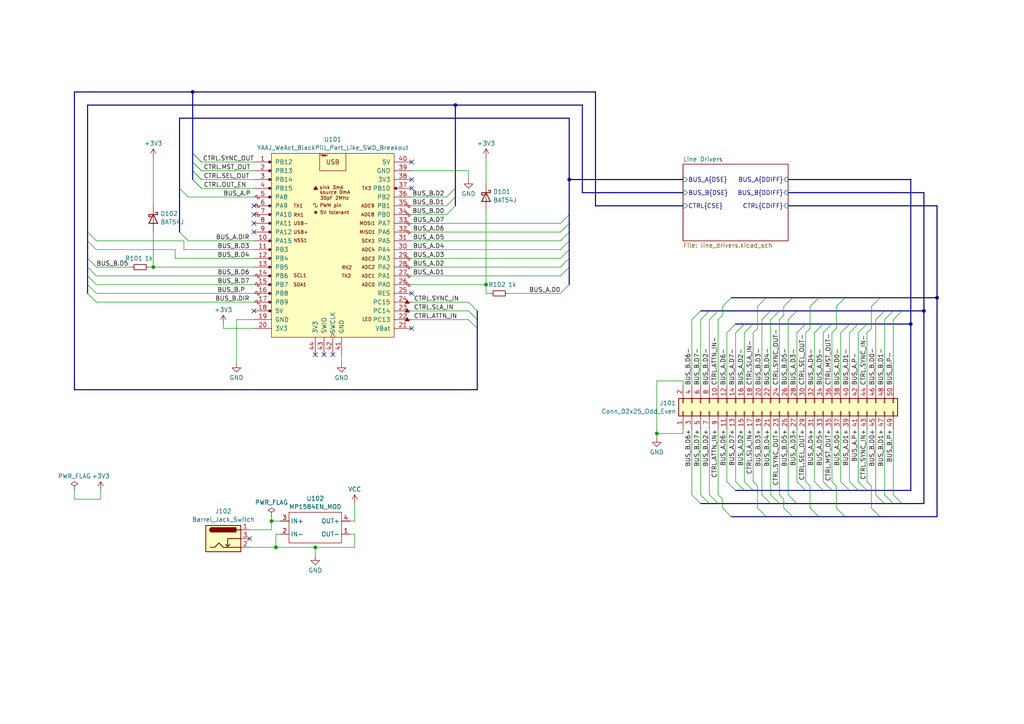
<source format=kicad_sch>
(kicad_sch (version 20230121) (generator eeschema)
  (paper "A4")
  (lib_symbols
    (symbol "Connector:Barrel_Jack_Switch" (pin_names hide)
      (property "Reference" "J" (at 0 5.334 0))
      (property "Value" "Barrel_Jack_Switch" (at 0 -5.08 0))
      (symbol "Barrel_Jack_Switch_0_1"
        (rectangle (start -5.08 3.81) (end 5.08 -3.81) (stroke (width 0.254)) (fill (type background)))
        (arc (start -3.302 3.175) (mid -3.9343 2.54) (end -3.302 1.905) (stroke (width 0.254)))
        (arc (start -3.302 3.175) (mid -3.9343 2.54) (end -3.302 1.905) (stroke (width 0.254)) (fill (type outline)))
        (polyline (pts (xy 1.27 -2.286) (xy 1.905 -1.651)) (stroke (width 0.254)))
        (polyline (pts (xy 5.08 2.54) (xy 3.81 2.54)) (stroke (width 0.254)))
        (polyline (pts (xy 5.08 0) (xy 1.27 0) (xy 1.27 -2.286) (xy 0.635 -1.651)) (stroke (width 0.254)))
        (polyline (pts (xy -3.81 -2.54) (xy -2.54 -2.54) (xy -1.27 -1.27) (xy 0 -2.54) (xy 2.54 -2.54) (xy 5.08 -2.54)) (stroke (width 0.254)))
        (rectangle (start 3.683 3.175) (end -3.302 1.905) (stroke (width 0.254)) (fill (type outline)))
      )
      (symbol "Barrel_Jack_Switch_1_1"
        (pin passive line (at 7.62 2.54 180) (length 2.54) (name "~") (number "1"))
        (pin passive line (at 7.62 -2.54 180) (length 2.54) (name "~") (number "2"))
        (pin passive line (at 7.62 0 180) (length 2.54) (name "~") (number "3"))
      )
    )
    (symbol "Connector_Generic:Conn_02x25_Odd_Even" (pin_names (offset 1.016) hide)
      (property "Reference" "J" (at 1.27 33.02 0))
      (property "Value" "Conn_02x25_Odd_Even" (at 1.27 -33.02 0))
      (symbol "Conn_02x25_Odd_Even_1_1"
        (rectangle (start -1.27 -30.353) (end 0 -30.607) (stroke (width 0.1524)))
        (rectangle (start -1.27 -27.813) (end 0 -28.067) (stroke (width 0.1524)))
        (rectangle (start -1.27 -25.273) (end 0 -25.527) (stroke (width 0.1524)))
        (rectangle (start -1.27 -22.733) (end 0 -22.987) (stroke (width 0.1524)))
        (rectangle (start -1.27 -20.193) (end 0 -20.447) (stroke (width 0.1524)))
        (rectangle (start -1.27 -17.653) (end 0 -17.907) (stroke (width 0.1524)))
        (rectangle (start -1.27 -15.113) (end 0 -15.367) (stroke (width 0.1524)))
        (rectangle (start -1.27 -12.573) (end 0 -12.827) (stroke (width 0.1524)))
        (rectangle (start -1.27 -10.033) (end 0 -10.287) (stroke (width 0.1524)))
        (rectangle (start -1.27 -7.493) (end 0 -7.747) (stroke (width 0.1524)))
        (rectangle (start -1.27 -4.953) (end 0 -5.207) (stroke (width 0.1524)))
        (rectangle (start -1.27 -2.413) (end 0 -2.667) (stroke (width 0.1524)))
        (rectangle (start -1.27 0.127) (end 0 -0.127) (stroke (width 0.1524)))
        (rectangle (start -1.27 2.667) (end 0 2.413) (stroke (width 0.1524)))
        (rectangle (start -1.27 5.207) (end 0 4.953) (stroke (width 0.1524)))
        (rectangle (start -1.27 7.747) (end 0 7.493) (stroke (width 0.1524)))
        (rectangle (start -1.27 10.287) (end 0 10.033) (stroke (width 0.1524)))
        (rectangle (start -1.27 12.827) (end 0 12.573) (stroke (width 0.1524)))
        (rectangle (start -1.27 15.367) (end 0 15.113) (stroke (width 0.1524)))
        (rectangle (start -1.27 17.907) (end 0 17.653) (stroke (width 0.1524)))
        (rectangle (start -1.27 20.447) (end 0 20.193) (stroke (width 0.1524)))
        (rectangle (start -1.27 22.987) (end 0 22.733) (stroke (width 0.1524)))
        (rectangle (start -1.27 25.527) (end 0 25.273) (stroke (width 0.1524)))
        (rectangle (start -1.27 28.067) (end 0 27.813) (stroke (width 0.1524)))
        (rectangle (start -1.27 30.607) (end 0 30.353) (stroke (width 0.1524)))
        (rectangle (start -1.27 31.75) (end 3.81 -31.75) (stroke (width 0.254)) (fill (type background)))
        (rectangle (start 3.81 -30.353) (end 2.54 -30.607) (stroke (width 0.1524)))
        (rectangle (start 3.81 -27.813) (end 2.54 -28.067) (stroke (width 0.1524)))
        (rectangle (start 3.81 -25.273) (end 2.54 -25.527) (stroke (width 0.1524)))
        (rectangle (start 3.81 -22.733) (end 2.54 -22.987) (stroke (width 0.1524)))
        (rectangle (start 3.81 -20.193) (end 2.54 -20.447) (stroke (width 0.1524)))
        (rectangle (start 3.81 -17.653) (end 2.54 -17.907) (stroke (width 0.1524)))
        (rectangle (start 3.81 -15.113) (end 2.54 -15.367) (stroke (width 0.1524)))
        (rectangle (start 3.81 -12.573) (end 2.54 -12.827) (stroke (width 0.1524)))
        (rectangle (start 3.81 -10.033) (end 2.54 -10.287) (stroke (width 0.1524)))
        (rectangle (start 3.81 -7.493) (end 2.54 -7.747) (stroke (width 0.1524)))
        (rectangle (start 3.81 -4.953) (end 2.54 -5.207) (stroke (width 0.1524)))
        (rectangle (start 3.81 -2.413) (end 2.54 -2.667) (stroke (width 0.1524)))
        (rectangle (start 3.81 0.127) (end 2.54 -0.127) (stroke (width 0.1524)))
        (rectangle (start 3.81 2.667) (end 2.54 2.413) (stroke (width 0.1524)))
        (rectangle (start 3.81 5.207) (end 2.54 4.953) (stroke (width 0.1524)))
        (rectangle (start 3.81 7.747) (end 2.54 7.493) (stroke (width 0.1524)))
        (rectangle (start 3.81 10.287) (end 2.54 10.033) (stroke (width 0.1524)))
        (rectangle (start 3.81 12.827) (end 2.54 12.573) (stroke (width 0.1524)))
        (rectangle (start 3.81 15.367) (end 2.54 15.113) (stroke (width 0.1524)))
        (rectangle (start 3.81 17.907) (end 2.54 17.653) (stroke (width 0.1524)))
        (rectangle (start 3.81 20.447) (end 2.54 20.193) (stroke (width 0.1524)))
        (rectangle (start 3.81 22.987) (end 2.54 22.733) (stroke (width 0.1524)))
        (rectangle (start 3.81 25.527) (end 2.54 25.273) (stroke (width 0.1524)))
        (rectangle (start 3.81 28.067) (end 2.54 27.813) (stroke (width 0.1524)))
        (rectangle (start 3.81 30.607) (end 2.54 30.353) (stroke (width 0.1524)))
        (pin passive line (at -5.08 30.48 0) (length 3.81) (name "Pin_1") (number "1"))
        (pin passive line (at 7.62 20.32 180) (length 3.81) (name "Pin_10") (number "10"))
        (pin passive line (at -5.08 17.78 0) (length 3.81) (name "Pin_11") (number "11"))
        (pin passive line (at 7.62 17.78 180) (length 3.81) (name "Pin_12") (number "12"))
        (pin passive line (at -5.08 15.24 0) (length 3.81) (name "Pin_13") (number "13"))
        (pin passive line (at 7.62 15.24 180) (length 3.81) (name "Pin_14") (number "14"))
        (pin passive line (at -5.08 12.7 0) (length 3.81) (name "Pin_15") (number "15"))
        (pin passive line (at 7.62 12.7 180) (length 3.81) (name "Pin_16") (number "16"))
        (pin passive line (at -5.08 10.16 0) (length 3.81) (name "Pin_17") (number "17"))
        (pin passive line (at 7.62 10.16 180) (length 3.81) (name "Pin_18") (number "18"))
        (pin passive line (at -5.08 7.62 0) (length 3.81) (name "Pin_19") (number "19"))
        (pin passive line (at 7.62 30.48 180) (length 3.81) (name "Pin_2") (number "2"))
        (pin passive line (at 7.62 7.62 180) (length 3.81) (name "Pin_20") (number "20"))
        (pin passive line (at -5.08 5.08 0) (length 3.81) (name "Pin_21") (number "21"))
        (pin passive line (at 7.62 5.08 180) (length 3.81) (name "Pin_22") (number "22"))
        (pin passive line (at -5.08 2.54 0) (length 3.81) (name "Pin_23") (number "23"))
        (pin passive line (at 7.62 2.54 180) (length 3.81) (name "Pin_24") (number "24"))
        (pin passive line (at -5.08 0 0) (length 3.81) (name "Pin_25") (number "25"))
        (pin passive line (at 7.62 0 180) (length 3.81) (name "Pin_26") (number "26"))
        (pin passive line (at -5.08 -2.54 0) (length 3.81) (name "Pin_27") (number "27"))
        (pin passive line (at 7.62 -2.54 180) (length 3.81) (name "Pin_28") (number "28"))
        (pin passive line (at -5.08 -5.08 0) (length 3.81) (name "Pin_29") (number "29"))
        (pin passive line (at -5.08 27.94 0) (length 3.81) (name "Pin_3") (number "3"))
        (pin passive line (at 7.62 -5.08 180) (length 3.81) (name "Pin_30") (number "30"))
        (pin passive line (at -5.08 -7.62 0) (length 3.81) (name "Pin_31") (number "31"))
        (pin passive line (at 7.62 -7.62 180) (length 3.81) (name "Pin_32") (number "32"))
        (pin passive line (at -5.08 -10.16 0) (length 3.81) (name "Pin_33") (number "33"))
        (pin passive line (at 7.62 -10.16 180) (length 3.81) (name "Pin_34") (number "34"))
        (pin passive line (at -5.08 -12.7 0) (length 3.81) (name "Pin_35") (number "35"))
        (pin passive line (at 7.62 -12.7 180) (length 3.81) (name "Pin_36") (number "36"))
        (pin passive line (at -5.08 -15.24 0) (length 3.81) (name "Pin_37") (number "37"))
        (pin passive line (at 7.62 -15.24 180) (length 3.81) (name "Pin_38") (number "38"))
        (pin passive line (at -5.08 -17.78 0) (length 3.81) (name "Pin_39") (number "39"))
        (pin passive line (at 7.62 27.94 180) (length 3.81) (name "Pin_4") (number "4"))
        (pin passive line (at 7.62 -17.78 180) (length 3.81) (name "Pin_40") (number "40"))
        (pin passive line (at -5.08 -20.32 0) (length 3.81) (name "Pin_41") (number "41"))
        (pin passive line (at 7.62 -20.32 180) (length 3.81) (name "Pin_42") (number "42"))
        (pin passive line (at -5.08 -22.86 0) (length 3.81) (name "Pin_43") (number "43"))
        (pin passive line (at 7.62 -22.86 180) (length 3.81) (name "Pin_44") (number "44"))
        (pin passive line (at -5.08 -25.4 0) (length 3.81) (name "Pin_45") (number "45"))
        (pin passive line (at 7.62 -25.4 180) (length 3.81) (name "Pin_46") (number "46"))
        (pin passive line (at -5.08 -27.94 0) (length 3.81) (name "Pin_47") (number "47"))
        (pin passive line (at 7.62 -27.94 180) (length 3.81) (name "Pin_48") (number "48"))
        (pin passive line (at -5.08 -30.48 0) (length 3.81) (name "Pin_49") (number "49"))
        (pin passive line (at -5.08 25.4 0) (length 3.81) (name "Pin_5") (number "5"))
        (pin passive line (at 7.62 -30.48 180) (length 3.81) (name "Pin_50") (number "50"))
        (pin passive line (at 7.62 25.4 180) (length 3.81) (name "Pin_6") (number "6"))
        (pin passive line (at -5.08 22.86 0) (length 3.81) (name "Pin_7") (number "7"))
        (pin passive line (at 7.62 22.86 180) (length 3.81) (name "Pin_8") (number "8"))
        (pin passive line (at -5.08 20.32 0) (length 3.81) (name "Pin_9") (number "9"))
      )
    )
    (symbol "Device:R_Small" (pin_numbers hide) (pin_names (offset 0.254) hide)
      (property "Reference" "R" (at 0.762 0.508 0))
      (property "Value" "R_Small" (at 0.762 -1.016 0))
      (symbol "R_Small_0_1"
        (rectangle (start -0.762 1.778) (end 0.762 -1.778) (stroke (width 0.2032)))
      )
      (symbol "R_Small_1_1"
        (pin passive line (at 0 2.54 270) (length 0.762) (name "~") (number "1"))
        (pin passive line (at 0 -2.54 90) (length 0.762) (name "~") (number "2"))
      )
    )
    (symbol "Diode:BAT54J" (pin_numbers hide) (pin_names (offset 1.016) hide)
      (property "Reference" "D" (at 0 2.54 0))
      (property "Value" "BAT54J" (at 0 -2.54 0))
      (symbol "BAT54J_0_1"
        (polyline (pts (xy 1.27 0) (xy -1.27 0)))
        (polyline (pts (xy 1.27 1.27) (xy 1.27 -1.27) (xy -1.27 0) (xy 1.27 1.27)) (stroke (width 0.254)))
        (polyline (pts (xy -1.905 0.635) (xy -1.905 1.27) (xy -1.27 1.27) (xy -1.27 -1.27) (xy -0.635 -1.27) (xy -0.635 -0.635)) (stroke (width 0.254)))
      )
      (symbol "BAT54J_1_1"
        (pin passive line (at -3.81 0 0) (length 2.54) (name "K") (number "1"))
        (pin passive line (at 3.81 0 180) (length 2.54) (name "A") (number "2"))
      )
    )
    (symbol "YAAJ_WeAct_BlackPill_Part_Like_SWD_Breakout:YAAJ_WeAct_BlackPill_Part_Like_SWD_Breakout" (pin_names (offset 1.016))
      (property "Reference" "U" (at -17.526 27.94 0))
      (property "Value" "YAAJ_WeAct_BlackPill_Part_Like_SWD_Breakout" (at 9.144 27.94 0))
      (symbol "YAAJ_WeAct_BlackPill_Part_Like_SWD_Breakout_0_0"
        (circle (center -18.288 -20.32) (radius 0.3556) (fill (type outline)))
        (circle (center -18.288 -17.78) (radius 0.3556) (fill (type outline)))
        (circle (center -18.288 -15.24) (radius 0.3556) (fill (type outline)))
        (circle (center -18.288 -12.7) (radius 0.3556) (fill (type outline)))
        (circle (center -18.288 -10.16) (radius 0.3556) (fill (type outline)))
        (circle (center -18.288 -7.62) (radius 0.3556) (fill (type outline)))
        (circle (center -18.288 -5.08) (radius 0.3556) (fill (type outline)))
        (circle (center -18.288 -2.54) (radius 0.3556) (fill (type outline)))
        (circle (center -18.288 0) (radius 0.3556) (fill (type outline)))
        (circle (center -18.288 2.54) (radius 0.3556) (fill (type outline)))
        (circle (center -18.288 5.08) (radius 0.3556) (fill (type outline)))
        (circle (center -18.288 7.62) (radius 0.3556) (fill (type outline)))
        (circle (center -18.288 10.16) (radius 0.3556) (fill (type outline)))
        (circle (center -18.288 12.7) (radius 0.3556) (fill (type outline)))
        (circle (center -18.288 15.24) (radius 0.3556) (fill (type outline)))
        (circle (center -18.288 17.78) (radius 0.3556) (fill (type outline)))
        (circle (center -18.288 22.86) (radius 0.3556) (fill (type outline)))
        (circle (center -4.953 8.255) (radius 0.127) (fill (type outline)))
        (circle (center -4.953 8.255) (radius 0.254))
        (circle (center -4.953 8.255) (radius 0.3556))
        (polyline (pts (xy -5.588 14.859) (xy -4.953 15.875) (xy -4.318 14.859) (xy -5.588 14.859) (xy -4.953 15.748) (xy -4.445 14.859) (xy -5.461 14.986) (xy -4.953 15.621) (xy -4.572 14.859) (xy -5.334 15.113) (xy -4.826 15.494) (xy -4.699 14.859) (xy -5.207 15.24) (xy -4.699 15.367) (xy -4.826 14.986) (xy -5.08 15.24) (xy -4.826 15.113) (xy -4.953 15.367)))
        (polyline (pts (xy 20.955 -23.241) (xy 21.59 -22.225) (xy 22.225 -23.241) (xy 20.955 -23.241) (xy 21.59 -22.352) (xy 22.098 -23.241) (xy 21.082 -23.114) (xy 21.59 -22.479) (xy 21.971 -23.241) (xy 21.209 -22.987) (xy 21.717 -22.606) (xy 21.844 -23.241) (xy 21.336 -22.86) (xy 21.844 -22.733) (xy 21.717 -23.114) (xy 21.463 -22.86) (xy 21.717 -22.987) (xy 21.59 -22.733)))
        (polyline (pts (xy 20.955 -20.701) (xy 21.59 -19.685) (xy 22.225 -20.701) (xy 20.955 -20.701) (xy 21.59 -19.812) (xy 22.098 -20.701) (xy 21.082 -20.574) (xy 21.59 -19.939) (xy 21.971 -20.701) (xy 21.209 -20.447) (xy 21.717 -20.066) (xy 21.844 -20.701) (xy 21.336 -20.32) (xy 21.844 -20.193) (xy 21.717 -20.574) (xy 21.463 -20.32) (xy 21.717 -20.447) (xy 21.59 -20.193)))
        (polyline (pts (xy 20.955 -18.161) (xy 21.59 -17.145) (xy 22.225 -18.161) (xy 20.955 -18.161) (xy 21.59 -17.272) (xy 22.098 -18.161) (xy 21.082 -18.034) (xy 21.59 -17.399) (xy 21.971 -18.161) (xy 21.209 -17.907) (xy 21.717 -17.526) (xy 21.844 -18.161) (xy 21.336 -17.78) (xy 21.844 -17.653) (xy 21.717 -18.034) (xy 21.463 -17.78) (xy 21.717 -17.907) (xy 21.59 -17.653)))
        (circle (center 18.288 15.24) (radius 0.254) (fill (type outline)))
        (circle (center 18.288 15.24) (radius 0.3556))
        (text "30pF 2MHz" (at 0.508 12.446 0) (effects (font (size 0.9906 0.9906))))
        (text "5V tolerant" (at 0.508 8.255 0) (effects (font (size 0.9906 0.9906))))
        (text "ADC0" (at 10.287 -12.7 0) (effects (font (size 0.9906 0.9906))))
        (text "ADC1" (at 10.287 -10.16 0) (effects (font (size 0.9906 0.9906))))
        (text "ADC2" (at 10.287 -7.62 0) (effects (font (size 0.9906 0.9906))))
        (text "ADC3" (at 10.287 -5.207 0) (effects (font (size 0.9906 0.9906))))
        (text "ADC4" (at 10.287 -2.54 0) (effects (font (size 0.9906 0.9906))))
        (text "ADC8" (at 10.16 7.62 0) (effects (font (size 0.9906 0.9906))))
        (text "ADC9" (at 10.16 10.16 0) (effects (font (size 0.9906 0.9906))))
        (text "LED" (at 9.906 -22.733 0) (effects (font (size 0.9906 0.9906))))
        (text "MISO1" (at 10.033 2.54 0) (effects (font (size 0.9906 0.9906))))
        (text "MOSI1" (at 10.033 5.08 0) (effects (font (size 0.9906 0.9906))))
        (text "NSS1" (at -9.398 0.127 0) (effects (font (size 0.9906 0.9906))))
        (text "PWM pin" (at -0.635 10.287 0) (effects (font (size 0.9906 0.9906))))
        (text "RX1" (at -9.906 7.493 0) (effects (font (size 0.9906 0.9906))))
        (text "RX2" (at 4.064 -7.747 0) (effects (font (size 0.9906 0.9906))))
        (text "SCK1" (at 10.287 0 0) (effects (font (size 0.9906 0.9906))))
        (text "SCL1" (at -9.525 -10.033 0) (effects (font (size 0.9906 0.9906))))
        (text "SDA1" (at -9.525 -12.7 0) (effects (font (size 0.9906 0.9906))))
        (text "sink 3mA" (at -0.381 15.494 0) (effects (font (size 0.9906 0.9906))))
        (text "source 0mA" (at 0.635 14.097 0) (effects (font (size 0.9906 0.9906))))
        (text "TX1" (at -10.033 10.16 0) (effects (font (size 0.9906 0.9906))))
        (text "TX2" (at 3.937 -10.16 0) (effects (font (size 0.9906 0.9906))))
        (text "TX3" (at 9.779 15.24 0) (effects (font (size 0.9906 0.9906))))
        (text "USB" (at 0 22.86 0) (effects (font (size 1.27 1.27))))
        (text "USB+" (at -9.271 2.54 0) (effects (font (size 0.9906 0.9906))))
        (text "USB-" (at -9.271 5.08 0) (effects (font (size 0.9906 0.9906))))
        (text "Y@@J" (at -2.5654 24.8412 0) (effects (font (size 0.508 0.508))))
      )
      (symbol "YAAJ_WeAct_BlackPill_Part_Like_SWD_Breakout_0_1"
        (rectangle (start -17.78 25.4) (end 17.78 -27.94) (fill (type background)))
        (polyline (pts (xy -21.336 -17.78) (xy -21.336 -18.288) (xy -21.844 -18.288) (xy -21.844 -17.272) (xy -22.352 -17.272) (xy -22.352 -17.78)))
        (polyline (pts (xy -21.336 -15.24) (xy -21.336 -15.748) (xy -21.844 -15.748) (xy -21.844 -14.732) (xy -22.352 -14.732) (xy -22.352 -15.24)))
        (polyline (pts (xy -21.336 -12.7) (xy -21.336 -13.208) (xy -21.844 -13.208) (xy -21.844 -12.192) (xy -22.352 -12.192) (xy -22.352 -12.7)))
        (polyline (pts (xy -21.336 -10.16) (xy -21.336 -10.668) (xy -21.844 -10.668) (xy -21.844 -9.652) (xy -22.352 -9.652) (xy -22.352 -10.16)))
        (polyline (pts (xy -21.336 7.62) (xy -21.336 7.112) (xy -21.844 7.112) (xy -21.844 8.128) (xy -22.352 8.128) (xy -22.352 7.62)))
        (polyline (pts (xy -21.336 10.16) (xy -21.336 9.652) (xy -21.844 9.652) (xy -21.844 10.668) (xy -22.352 10.668) (xy -22.352 10.16)))
        (polyline (pts (xy -21.336 12.7) (xy -21.336 12.192) (xy -21.844 12.192) (xy -21.844 13.208) (xy -22.352 13.208) (xy -22.352 12.7)))
        (polyline (pts (xy -4.572 10.287) (xy -4.572 9.779) (xy -5.08 9.779) (xy -5.08 10.795) (xy -5.588 10.795) (xy -5.588 10.287)))
        (polyline (pts (xy 22.352 -12.7) (xy 22.352 -13.208) (xy 21.844 -13.208) (xy 21.844 -12.192) (xy 21.336 -12.192) (xy 21.336 -12.7)))
        (polyline (pts (xy 22.352 -10.16) (xy 22.352 -10.668) (xy 21.844 -10.668) (xy 21.844 -9.652) (xy 21.336 -9.652) (xy 21.336 -10.16)))
        (polyline (pts (xy 22.352 -7.62) (xy 22.352 -8.128) (xy 21.844 -8.128) (xy 21.844 -7.112) (xy 21.336 -7.112) (xy 21.336 -7.62)))
        (polyline (pts (xy 22.352 -5.08) (xy 22.352 -5.588) (xy 21.844 -5.588) (xy 21.844 -4.572) (xy 21.336 -4.572) (xy 21.336 -5.08)))
        (polyline (pts (xy 22.352 2.54) (xy 22.352 2.032) (xy 21.844 2.032) (xy 21.844 3.048) (xy 21.336 3.048) (xy 21.336 2.54)))
        (polyline (pts (xy 22.352 5.08) (xy 22.352 4.572) (xy 21.844 4.572) (xy 21.844 5.588) (xy 21.336 5.588) (xy 21.336 5.08)))
        (polyline (pts (xy 22.352 7.62) (xy 22.352 7.112) (xy 21.844 7.112) (xy 21.844 8.128) (xy 21.336 8.128) (xy 21.336 7.62)))
        (polyline (pts (xy 22.352 10.16) (xy 22.352 9.652) (xy 21.844 9.652) (xy 21.844 10.668) (xy 21.336 10.668) (xy 21.336 10.16)))
        (rectangle (start 3.81 25.4) (end -3.81 20.32))
      )
      (symbol "YAAJ_WeAct_BlackPill_Part_Like_SWD_Breakout_1_1"
        (circle (center -18.288 20.32) (radius 0.3556) (fill (type outline)))
        (pin bidirectional line (at -22.86 22.86 0) (length 5.08) (name "PB12") (number "1"))
        (pin bidirectional line (at -22.86 0 0) (length 5.08) (name "PA15") (number "10"))
        (pin bidirectional line (at -22.86 -2.54 0) (length 5.08) (name "PB3") (number "11"))
        (pin bidirectional line (at -22.86 -5.08 0) (length 5.08) (name "PB4") (number "12"))
        (pin bidirectional line (at -22.86 -7.62 0) (length 5.08) (name "PB5") (number "13"))
        (pin bidirectional line (at -22.86 -10.16 0) (length 5.08) (name "PB6") (number "14"))
        (pin bidirectional line (at -22.86 -12.7 0) (length 5.08) (name "PB7") (number "15"))
        (pin bidirectional line (at -22.86 -15.24 0) (length 5.08) (name "PB8") (number "16"))
        (pin bidirectional line (at -22.86 -17.78 0) (length 5.08) (name "PB9") (number "17"))
        (pin power_in line (at -22.86 -20.32 0) (length 5.08) (name "5V") (number "18"))
        (pin power_in line (at -22.86 -22.86 0) (length 5.08) (name "GND") (number "19"))
        (pin bidirectional line (at -22.86 20.32 0) (length 5.08) (name "PB13") (number "2"))
        (pin power_in line (at -22.86 -25.4 0) (length 5.08) (name "3V3") (number "20"))
        (pin power_in line (at 22.86 -25.4 180) (length 5.08) (name "VBat") (number "21"))
        (pin bidirectional line (at 22.86 -22.86 180) (length 5.08) (name "PC13") (number "22"))
        (pin bidirectional line (at 22.86 -20.32 180) (length 5.08) (name "PC14") (number "23"))
        (pin bidirectional line (at 22.86 -17.78 180) (length 5.08) (name "PC15") (number "24"))
        (pin input line (at 22.86 -15.24 180) (length 5.08) (name "RES") (number "25"))
        (pin bidirectional line (at 22.86 -12.7 180) (length 5.08) (name "PA0") (number "26"))
        (pin bidirectional line (at 22.86 -10.16 180) (length 5.08) (name "PA1") (number "27"))
        (pin bidirectional line (at 22.86 -7.62 180) (length 5.08) (name "PA2") (number "28"))
        (pin bidirectional line (at 22.86 -5.08 180) (length 5.08) (name "PA3") (number "29"))
        (pin bidirectional line (at -22.86 17.78 0) (length 5.08) (name "PB14") (number "3"))
        (pin bidirectional line (at 22.86 -2.54 180) (length 5.08) (name "PA4") (number "30"))
        (pin bidirectional line (at 22.86 0 180) (length 5.08) (name "PA5") (number "31"))
        (pin bidirectional line (at 22.86 2.54 180) (length 5.08) (name "PA6") (number "32"))
        (pin bidirectional line (at 22.86 5.08 180) (length 5.08) (name "PA7") (number "33"))
        (pin bidirectional line (at 22.86 7.62 180) (length 5.08) (name "PB0") (number "34"))
        (pin bidirectional line (at 22.86 10.16 180) (length 5.08) (name "PB1") (number "35"))
        (pin bidirectional line (at 22.86 12.7 180) (length 5.08) (name "PB2") (number "36"))
        (pin bidirectional line (at 22.86 15.24 180) (length 5.08) (name "PB10") (number "37"))
        (pin power_in line (at 22.86 17.78 180) (length 5.08) (name "3V3") (number "38"))
        (pin power_in line (at 22.86 20.32 180) (length 5.08) (name "GND") (number "39"))
        (pin bidirectional line (at -22.86 15.24 0) (length 5.08) (name "PB15") (number "4"))
        (pin power_in line (at 22.86 22.86 180) (length 5.08) (name "5V") (number "40"))
        (pin power_in line (at 2.54 -33.02 90) (length 5.08) (name "GND") (number "41"))
        (pin bidirectional clock (at 0 -33.02 90) (length 5.08) (name "SWCLK") (number "42"))
        (pin bidirectional line (at -2.54 -33.02 90) (length 5.08) (name "SWIO") (number "43"))
        (pin power_in line (at -5.08 -33.02 90) (length 5.08) (name "3V3") (number "44"))
        (pin bidirectional line (at -22.86 12.7 0) (length 5.08) (name "PA8") (number "5"))
        (pin bidirectional line (at -22.86 10.16 0) (length 5.08) (name "PA9") (number "6"))
        (pin bidirectional line (at -22.86 7.62 0) (length 5.08) (name "PA10") (number "7"))
        (pin bidirectional line (at -22.86 5.08 0) (length 5.08) (name "PA11") (number "8"))
        (pin bidirectional line (at -22.86 2.54 0) (length 5.08) (name "PA12") (number "9"))
      )
    )
    (symbol "ipibitsy:MP1584EN_MOD"
      (property "Reference" "U" (at 0 0 0))
      (property "Value" "MP1584EN_MOD" (at 0 -2.54 0))
      (symbol "MP1584EN_MOD_0_1"
        (rectangle (start -7.62 -3.81) (end 7.62 -12.7))
      )
      (symbol "MP1584EN_MOD_1_1"
        (pin power_out line (at 10.16 -10.16 180) (length 2.54) (name "OUT-") (number "1"))
        (pin power_in line (at -10.16 -10.16 0) (length 2.54) (name "IN-") (number "2"))
        (pin power_in line (at -10.16 -6.35 0) (length 2.54) (name "IN+") (number "3"))
        (pin power_out line (at 10.16 -6.35 180) (length 2.54) (name "OUT+") (number "4"))
      )
    )
    (symbol "power:+3V3" (power) (pin_names (offset 0))
      (property "Value" "+3V3" (at 0 3.556 0))
      (symbol "+3V3_0_1"
        (polyline (pts (xy -0.762 1.27) (xy 0 2.54)))
        (polyline (pts (xy 0 0) (xy 0 2.54)))
        (polyline (pts (xy 0 2.54) (xy 0.762 1.27)))
      )
      (symbol "+3V3_1_1"
        (pin power_in line (at 0 0 90) (length 0) hide (name "+3V3") (number "1"))
      )
    )
    (symbol "power:GND" (power) (pin_names (offset 0))
      (property "Value" "GND" (at 0 -3.81 0))
      (symbol "GND_0_1"
        (polyline (pts (xy 0 0) (xy 0 -1.27) (xy 1.27 -1.27) (xy 0 -2.54) (xy -1.27 -1.27) (xy 0 -1.27)))
      )
      (symbol "GND_1_1"
        (pin power_in line (at 0 0 270) (length 0) hide (name "GND") (number "1"))
      )
    )
    (symbol "power:PWR_FLAG" (power) (pin_numbers hide) (pin_names (offset 0) hide)
      (property "Value" "PWR_FLAG" (at 0 3.81 0))
      (symbol "PWR_FLAG_0_0"
        (pin power_out line (at 0 0 90) (length 0) (name "pwr") (number "1"))
      )
      (symbol "PWR_FLAG_0_1"
        (polyline (pts (xy 0 0) (xy 0 1.27) (xy -1.016 1.905) (xy 0 2.54) (xy 1.016 1.905) (xy 0 1.27)))
      )
    )
    (symbol "power:VCC" (power) (pin_names (offset 0))
      (property "Value" "VCC" (at 0 3.81 0))
      (symbol "VCC_0_1"
        (polyline (pts (xy -0.762 1.27) (xy 0 2.54)))
        (polyline (pts (xy 0 0) (xy 0 2.54)))
        (polyline (pts (xy 0 2.54) (xy 0.762 1.27)))
      )
      (symbol "VCC_1_1"
        (pin power_in line (at 0 0 90) (length 0) hide (name "VCC") (number "1"))
      )
    )
  )
  (bus_alias "DSE" (members "D0" "D1" "D2" "D3" "D4" "D5" "D6" "D7" "P" "DIR"))
  (junction (at 264.16 93.98))
  (junction (at 267.97 90.17))
  (junction (at 44.45 77.47))
  (junction (at 55.88 26.67))
  (junction (at 80.01 158.75))
  (junction (at 132.08 30.48))
  (junction (at 91.44 158.75))
  (junction (at 165.1 52.07))
  (junction (at 271.78 86.36))
  (junction (at 140.97 82.55))
  (junction (at 190.5 125.73))
  (junction (at 78.74 151.13))
  (no_connect (at 72.39 156.21))
  (no_connect (at 73.66 59.69))
  (no_connect (at 91.44 102.87))
  (no_connect (at 73.66 64.77))
  (no_connect (at 119.38 54.61))
  (no_connect (at 119.38 52.07))
  (no_connect (at 96.52 102.87))
  (no_connect (at 73.66 62.23))
  (no_connect (at 119.38 85.09))
  (no_connect (at 73.66 90.17))
  (no_connect (at 73.66 67.31))
  (no_connect (at 119.38 95.25))
  (no_connect (at 119.38 46.99))
  (no_connect (at 93.98 102.87))
  (bus_entry (at 228.6 92.71) (size 2.54 -2.54))
  (bus_entry (at 259.08 92.71) (size 2.54 -2.54))
  (bus_entry (at 259.08 143.51) (size 2.54 2.54))
  (bus_entry (at 162.56 72.39) (size 2.54 -2.54))
  (bus_entry (at 162.56 80.01) (size 2.54 -2.54))
  (bus_entry (at 237.49 86.36) (size -2.54 2.54))
  (bus_entry (at 213.36 139.7) (size 2.54 2.54))
  (bus_entry (at 241.3 93.98) (size -2.54 2.54))
  (bus_entry (at 213.36 93.98) (size -2.54 2.54))
  (bus_entry (at 215.9 139.7) (size 2.54 2.54))
  (bus_entry (at 25.4 82.55) (size 2.54 2.54))
  (bus_entry (at 256.54 143.51) (size 2.54 2.54))
  (bus_entry (at 233.68 93.98) (size -2.54 2.54))
  (bus_entry (at 55.88 46.99) (size 2.54 2.54))
  (bus_entry (at 55.88 44.45) (size 2.54 2.54))
  (bus_entry (at 162.56 69.85) (size 2.54 -2.54))
  (bus_entry (at 223.52 143.51) (size 2.54 2.54))
  (bus_entry (at 254 143.51) (size 2.54 2.54))
  (bus_entry (at 248.92 93.98) (size -2.54 2.54))
  (bus_entry (at 236.22 139.7) (size 2.54 2.54))
  (bus_entry (at 243.84 139.7) (size 2.54 2.54))
  (bus_entry (at 238.76 139.7) (size 2.54 2.54))
  (bus_entry (at 25.4 85.09) (size 2.54 2.54))
  (bus_entry (at 135.89 92.71) (size 2.54 2.54))
  (bus_entry (at 200.66 92.71) (size 2.54 -2.54))
  (bus_entry (at 132.08 57.15) (size -2.54 2.54))
  (bus_entry (at 205.74 92.71) (size 2.54 -2.54))
  (bus_entry (at 252.73 147.32) (size 2.54 2.54))
  (bus_entry (at 132.08 54.61) (size -2.54 2.54))
  (bus_entry (at 231.14 139.7) (size 2.54 2.54))
  (bus_entry (at 55.88 49.53) (size 2.54 2.54))
  (bus_entry (at 55.88 52.07) (size 2.54 2.54))
  (bus_entry (at 162.56 74.93) (size 2.54 -2.54))
  (bus_entry (at 218.44 93.98) (size -2.54 2.54))
  (bus_entry (at 205.74 143.51) (size 2.54 2.54))
  (bus_entry (at 238.76 93.98) (size -2.54 2.54))
  (bus_entry (at 256.54 92.71) (size 2.54 -2.54))
  (bus_entry (at 246.38 139.7) (size 2.54 2.54))
  (bus_entry (at 203.2 92.71) (size 2.54 -2.54))
  (bus_entry (at 228.6 143.51) (size 2.54 2.54))
  (bus_entry (at 242.57 147.32) (size 2.54 2.54))
  (bus_entry (at 25.4 77.47) (size 2.54 2.54))
  (bus_entry (at 245.11 86.36) (size -2.54 2.54))
  (bus_entry (at 219.71 147.32) (size 2.54 2.54))
  (bus_entry (at 25.4 69.85) (size 2.54 2.54))
  (bus_entry (at 209.55 147.32) (size 2.54 2.54))
  (bus_entry (at 215.9 93.98) (size -2.54 2.54))
  (bus_entry (at 162.56 64.77) (size 2.54 -2.54))
  (bus_entry (at 255.27 86.36) (size -2.54 2.54))
  (bus_entry (at 55.88 52.07) (size 2.54 2.54))
  (bus_entry (at 55.88 44.45) (size 2.54 2.54))
  (bus_entry (at 135.89 90.17) (size 2.54 2.54))
  (bus_entry (at 251.46 93.98) (size -2.54 2.54))
  (bus_entry (at 246.38 93.98) (size -2.54 2.54))
  (bus_entry (at 248.92 139.7) (size 2.54 2.54))
  (bus_entry (at 229.87 86.36) (size -2.54 2.54))
  (bus_entry (at 25.4 80.01) (size 2.54 2.54))
  (bus_entry (at 254 92.71) (size 2.54 -2.54))
  (bus_entry (at 162.56 77.47) (size 2.54 -2.54))
  (bus_entry (at 210.82 139.7) (size 2.54 2.54))
  (bus_entry (at 25.4 67.31) (size 2.54 2.54))
  (bus_entry (at 222.25 86.36) (size -2.54 2.54))
  (bus_entry (at 132.08 59.69) (size -2.54 2.54))
  (bus_entry (at 220.98 92.71) (size 2.54 -2.54))
  (bus_entry (at 55.88 46.99) (size 2.54 2.54))
  (bus_entry (at 52.07 54.61) (size 2.54 2.54))
  (bus_entry (at 52.07 67.31) (size 2.54 2.54))
  (bus_entry (at 135.89 87.63) (size 2.54 2.54))
  (bus_entry (at 162.56 67.31) (size 2.54 -2.54))
  (bus_entry (at 55.88 49.53) (size 2.54 2.54))
  (bus_entry (at 227.33 147.32) (size 2.54 2.54))
  (bus_entry (at 200.66 143.51) (size 2.54 2.54))
  (bus_entry (at 165.1 82.55) (size -2.54 2.54))
  (bus_entry (at 25.4 74.93) (size 2.54 2.54))
  (bus_entry (at 223.52 92.71) (size 2.54 -2.54))
  (bus_entry (at 212.09 86.36) (size -2.54 2.54))
  (bus_entry (at 234.95 147.32) (size 2.54 2.54))
  (bus_entry (at 220.98 143.51) (size 2.54 2.54))
  (bus_entry (at 203.2 143.51) (size 2.54 2.54))
  (wire (pts (xy 251.46 96.52) (xy 251.46 111.76)))
  (bus (pts (xy 229.87 86.36) (xy 237.49 86.36)))
  (bus (pts (xy 52.07 54.61) (xy 52.07 67.31)))
  (wire (pts (xy 27.94 82.55) (xy 73.66 82.55)))
  (wire (pts (xy 219.71 140.97) (xy 219.71 147.32)))
  (bus (pts (xy 226.06 90.17) (xy 231.14 90.17)))
  (bus (pts (xy 223.52 146.05) (xy 226.06 146.05)))
  (bus (pts (xy 165.1 62.23) (xy 165.1 64.77)))
  (wire (pts (xy 233.68 139.7) (xy 234.95 140.97)))
  (wire (pts (xy 251.46 139.7) (xy 252.73 140.97)))
  (wire (pts (xy 198.12 124.46) (xy 198.12 125.73)))
  (wire (pts (xy 190.5 110.49) (xy 190.5 125.73)))
  (wire (pts (xy 210.82 96.52) (xy 210.82 111.76)))
  (wire (pts (xy 208.28 124.46) (xy 208.28 143.51)))
  (bus (pts (xy 261.62 90.17) (xy 267.97 90.17)))
  (bus (pts (xy 222.25 149.86) (xy 229.87 149.86)))
  (wire (pts (xy 241.3 96.52) (xy 242.57 95.25)))
  (wire (pts (xy 233.68 124.46) (xy 233.68 139.7)))
  (wire (pts (xy 259.08 92.71) (xy 259.08 111.76)))
  (wire (pts (xy 58.42 52.07) (xy 73.66 52.07)))
  (wire (pts (xy 243.84 96.52) (xy 243.84 111.76)))
  (bus (pts (xy 271.78 86.36) (xy 271.78 149.86)))
  (wire (pts (xy 140.97 60.96) (xy 140.97 82.55)))
  (bus (pts (xy 172.72 26.67) (xy 172.72 59.69)))
  (bus (pts (xy 55.88 26.67) (xy 172.72 26.67)))
  (bus (pts (xy 237.49 149.86) (xy 245.11 149.86)))
  (wire (pts (xy 228.6 92.71) (xy 228.6 111.76)))
  (bus (pts (xy 205.74 146.05) (xy 208.28 146.05)))
  (wire (pts (xy 198.12 125.73) (xy 190.5 125.73)))
  (wire (pts (xy 119.38 77.47) (xy 162.56 77.47)))
  (wire (pts (xy 220.98 124.46) (xy 220.98 143.51)))
  (bus (pts (xy 264.16 52.07) (xy 264.16 93.98)))
  (wire (pts (xy 58.42 46.99) (xy 73.66 46.99)))
  (wire (pts (xy 78.74 149.86) (xy 78.74 151.13)))
  (wire (pts (xy 140.97 45.72) (xy 140.97 53.34)))
  (wire (pts (xy 228.6 124.46) (xy 228.6 143.51)))
  (bus (pts (xy 256.54 90.17) (xy 259.08 90.17)))
  (bus (pts (xy 165.1 74.93) (xy 165.1 77.47)))
  (bus (pts (xy 205.74 90.17) (xy 208.28 90.17)))
  (bus (pts (xy 259.08 90.17) (xy 261.62 90.17)))
  (bus (pts (xy 203.2 90.17) (xy 205.74 90.17)))
  (bus (pts (xy 251.46 93.98) (xy 264.16 93.98)))
  (wire (pts (xy 241.3 124.46) (xy 241.3 139.7)))
  (bus (pts (xy 228.6 52.07) (xy 264.16 52.07)))
  (wire (pts (xy 102.87 154.94) (xy 102.87 158.75)))
  (bus (pts (xy 25.4 30.48) (xy 25.4 67.31)))
  (bus (pts (xy 165.1 34.29) (xy 165.1 52.07)))
  (wire (pts (xy 231.14 124.46) (xy 231.14 139.7)))
  (bus (pts (xy 25.4 30.48) (xy 132.08 30.48)))
  (wire (pts (xy 21.59 142.24) (xy 21.59 144.78)))
  (bus (pts (xy 248.92 93.98) (xy 251.46 93.98)))
  (bus (pts (xy 168.91 55.88) (xy 198.12 55.88)))
  (wire (pts (xy 259.08 124.46) (xy 259.08 143.51)))
  (wire (pts (xy 242.57 140.97) (xy 242.57 147.32)))
  (wire (pts (xy 226.06 124.46) (xy 226.06 143.51)))
  (wire (pts (xy 236.22 124.46) (xy 236.22 139.7)))
  (wire (pts (xy 78.74 151.13) (xy 78.74 153.67)))
  (wire (pts (xy 219.71 88.9) (xy 219.71 95.25)))
  (wire (pts (xy 58.42 54.61) (xy 73.66 54.61)))
  (wire (pts (xy 27.94 72.39) (xy 50.8 72.39)))
  (bus (pts (xy 228.6 59.69) (xy 271.78 59.69)))
  (bus (pts (xy 248.92 142.24) (xy 251.46 142.24)))
  (wire (pts (xy 236.22 96.52) (xy 236.22 111.76)))
  (wire (pts (xy 135.89 49.53) (xy 119.38 49.53)))
  (wire (pts (xy 64.77 95.25) (xy 73.66 95.25)))
  (wire (pts (xy 53.34 72.39) (xy 73.66 72.39)))
  (wire (pts (xy 234.95 88.9) (xy 234.95 95.25)))
  (bus (pts (xy 165.1 67.31) (xy 165.1 69.85)))
  (wire (pts (xy 27.94 80.01) (xy 73.66 80.01)))
  (bus (pts (xy 55.88 49.53) (xy 55.88 46.99)))
  (wire (pts (xy 119.38 80.01) (xy 162.56 80.01)))
  (wire (pts (xy 54.61 69.85) (xy 73.66 69.85)))
  (bus (pts (xy 168.91 30.48) (xy 168.91 55.88)))
  (wire (pts (xy 227.33 144.78) (xy 227.33 147.32)))
  (wire (pts (xy 203.2 124.46) (xy 203.2 143.51)))
  (wire (pts (xy 140.97 82.55) (xy 119.38 82.55)))
  (wire (pts (xy 226.06 143.51) (xy 227.33 144.78)))
  (bus (pts (xy 267.97 90.17) (xy 267.97 146.05)))
  (wire (pts (xy 200.66 92.71) (xy 200.66 111.76)))
  (bus (pts (xy 246.38 93.98) (xy 248.92 93.98)))
  (bus (pts (xy 165.1 77.47) (xy 165.1 82.55)))
  (wire (pts (xy 72.39 153.67) (xy 78.74 153.67)))
  (wire (pts (xy 50.8 74.93) (xy 73.66 74.93)))
  (bus (pts (xy 25.4 69.85) (xy 25.4 74.93)))
  (bus (pts (xy 165.1 69.85) (xy 165.1 72.39)))
  (bus (pts (xy 21.59 113.03) (xy 138.43 113.03)))
  (wire (pts (xy 205.74 124.46) (xy 205.74 143.51)))
  (wire (pts (xy 190.5 110.49) (xy 198.12 110.49)))
  (wire (pts (xy 246.38 124.46) (xy 246.38 139.7)))
  (bus (pts (xy 203.2 146.05) (xy 205.74 146.05)))
  (wire (pts (xy 80.01 154.94) (xy 80.01 158.75)))
  (wire (pts (xy 198.12 110.49) (xy 198.12 111.76)))
  (wire (pts (xy 80.01 154.94) (xy 81.28 154.94)))
  (wire (pts (xy 248.92 124.46) (xy 248.92 139.7)))
  (wire (pts (xy 256.54 92.71) (xy 256.54 111.76)))
  (wire (pts (xy 227.33 88.9) (xy 227.33 91.44)))
  (wire (pts (xy 27.94 69.85) (xy 53.34 69.85)))
  (bus (pts (xy 261.62 146.05) (xy 267.97 146.05)))
  (wire (pts (xy 54.61 57.15) (xy 73.66 57.15)))
  (wire (pts (xy 135.89 49.53) (xy 135.89 52.07)))
  (wire (pts (xy 44.45 77.47) (xy 73.66 77.47)))
  (wire (pts (xy 119.38 59.69) (xy 129.54 59.69)))
  (bus (pts (xy 138.43 90.17) (xy 138.43 92.71)))
  (bus (pts (xy 55.88 26.67) (xy 55.88 44.45)))
  (wire (pts (xy 78.74 151.13) (xy 81.28 151.13)))
  (bus (pts (xy 233.68 142.24) (xy 238.76 142.24)))
  (bus (pts (xy 218.44 142.24) (xy 233.68 142.24)))
  (wire (pts (xy 27.94 87.63) (xy 73.66 87.63)))
  (wire (pts (xy 44.45 67.31) (xy 44.45 77.47)))
  (wire (pts (xy 102.87 154.94) (xy 101.6 154.94)))
  (wire (pts (xy 251.46 124.46) (xy 251.46 139.7)))
  (wire (pts (xy 119.38 87.63) (xy 135.89 87.63)))
  (bus (pts (xy 212.09 149.86) (xy 222.25 149.86)))
  (wire (pts (xy 208.28 92.71) (xy 209.55 91.44)))
  (wire (pts (xy 91.44 158.75) (xy 80.01 158.75)))
  (wire (pts (xy 213.36 124.46) (xy 213.36 139.7)))
  (wire (pts (xy 231.14 96.52) (xy 231.14 111.76)))
  (wire (pts (xy 102.87 146.05) (xy 102.87 151.13)))
  (wire (pts (xy 190.5 127) (xy 190.5 125.73)))
  (bus (pts (xy 25.4 74.93) (xy 25.4 77.47)))
  (wire (pts (xy 251.46 96.52) (xy 252.73 95.25)))
  (wire (pts (xy 119.38 72.39) (xy 162.56 72.39)))
  (bus (pts (xy 55.88 52.07) (xy 55.88 49.53)))
  (wire (pts (xy 218.44 124.46) (xy 218.44 139.7)))
  (wire (pts (xy 226.06 111.76) (xy 226.06 92.71)))
  (bus (pts (xy 245.11 149.86) (xy 255.27 149.86)))
  (wire (pts (xy 147.32 85.09) (xy 162.56 85.09)))
  (bus (pts (xy 226.06 146.05) (xy 231.14 146.05)))
  (bus (pts (xy 238.76 142.24) (xy 241.3 142.24)))
  (wire (pts (xy 102.87 158.75) (xy 91.44 158.75)))
  (wire (pts (xy 101.6 151.13) (xy 102.87 151.13)))
  (bus (pts (xy 25.4 80.01) (xy 25.4 82.55)))
  (wire (pts (xy 248.92 96.52) (xy 248.92 111.76)))
  (wire (pts (xy 58.42 49.53) (xy 73.66 49.53)))
  (bus (pts (xy 52.07 34.29) (xy 165.1 34.29)))
  (wire (pts (xy 252.73 140.97) (xy 252.73 147.32)))
  (bus (pts (xy 165.1 52.07) (xy 198.12 52.07)))
  (bus (pts (xy 138.43 92.71) (xy 138.43 95.25)))
  (bus (pts (xy 132.08 57.15) (xy 132.08 59.69)))
  (wire (pts (xy 119.38 64.77) (xy 162.56 64.77)))
  (wire (pts (xy 72.39 158.75) (xy 80.01 158.75)))
  (wire (pts (xy 140.97 85.09) (xy 142.24 85.09)))
  (bus (pts (xy 241.3 93.98) (xy 246.38 93.98)))
  (wire (pts (xy 205.74 92.71) (xy 205.74 111.76)))
  (wire (pts (xy 119.38 74.93) (xy 162.56 74.93)))
  (wire (pts (xy 220.98 92.71) (xy 220.98 111.76)))
  (bus (pts (xy 213.36 142.24) (xy 215.9 142.24)))
  (wire (pts (xy 29.21 144.78) (xy 29.21 142.24)))
  (bus (pts (xy 55.88 26.67) (xy 21.59 26.67)))
  (bus (pts (xy 165.1 64.77) (xy 165.1 67.31)))
  (wire (pts (xy 243.84 124.46) (xy 243.84 139.7)))
  (bus (pts (xy 241.3 142.24) (xy 246.38 142.24)))
  (bus (pts (xy 138.43 95.25) (xy 138.43 113.03)))
  (bus (pts (xy 215.9 142.24) (xy 218.44 142.24)))
  (wire (pts (xy 53.34 69.85) (xy 53.34 72.39)))
  (wire (pts (xy 226.06 92.71) (xy 227.33 91.44)))
  (bus (pts (xy 271.78 59.69) (xy 271.78 86.36)))
  (bus (pts (xy 259.08 146.05) (xy 261.62 146.05)))
  (wire (pts (xy 208.28 92.71) (xy 208.28 111.76)))
  (wire (pts (xy 208.28 143.51) (xy 209.55 144.78)))
  (wire (pts (xy 209.55 88.9) (xy 209.55 91.44)))
  (bus (pts (xy 251.46 142.24) (xy 264.16 142.24)))
  (bus (pts (xy 208.28 146.05) (xy 223.52 146.05)))
  (bus (pts (xy 237.49 86.36) (xy 245.11 86.36)))
  (bus (pts (xy 25.4 67.31) (xy 25.4 69.85)))
  (wire (pts (xy 119.38 67.31) (xy 162.56 67.31)))
  (wire (pts (xy 242.57 88.9) (xy 242.57 95.25)))
  (wire (pts (xy 218.44 96.52) (xy 219.71 95.25)))
  (bus (pts (xy 132.08 30.48) (xy 132.08 54.61)))
  (bus (pts (xy 215.9 93.98) (xy 218.44 93.98)))
  (wire (pts (xy 119.38 69.85) (xy 162.56 69.85)))
  (wire (pts (xy 215.9 124.46) (xy 215.9 139.7)))
  (bus (pts (xy 213.36 93.98) (xy 215.9 93.98)))
  (bus (pts (xy 222.25 86.36) (xy 229.87 86.36)))
  (wire (pts (xy 238.76 96.52) (xy 238.76 111.76)))
  (wire (pts (xy 210.82 124.46) (xy 210.82 139.7)))
  (wire (pts (xy 209.55 144.78) (xy 209.55 147.32)))
  (bus (pts (xy 132.08 30.48) (xy 168.91 30.48)))
  (bus (pts (xy 208.28 90.17) (xy 223.52 90.17)))
  (bus (pts (xy 165.1 72.39) (xy 165.1 74.93)))
  (bus (pts (xy 132.08 54.61) (xy 132.08 57.15)))
  (wire (pts (xy 223.52 92.71) (xy 223.52 111.76)))
  (wire (pts (xy 241.3 139.7) (xy 242.57 140.97)))
  (wire (pts (xy 119.38 57.15) (xy 129.54 57.15)))
  (bus (pts (xy 55.88 44.45) (xy 55.88 46.99)))
  (wire (pts (xy 99.06 102.87) (xy 99.06 105.41)))
  (wire (pts (xy 254 124.46) (xy 254 143.51)))
  (bus (pts (xy 21.59 26.67) (xy 21.59 113.03)))
  (bus (pts (xy 271.78 86.36) (xy 255.27 86.36)))
  (bus (pts (xy 52.07 54.61) (xy 52.07 34.29)))
  (wire (pts (xy 119.38 62.23) (xy 129.54 62.23)))
  (bus (pts (xy 25.4 82.55) (xy 25.4 85.09)))
  (wire (pts (xy 218.44 96.52) (xy 218.44 111.76)))
  (bus (pts (xy 223.52 90.17) (xy 226.06 90.17)))
  (wire (pts (xy 233.68 96.52) (xy 234.95 95.25)))
  (bus (pts (xy 246.38 142.24) (xy 248.92 142.24)))
  (wire (pts (xy 140.97 85.09) (xy 140.97 82.55)))
  (wire (pts (xy 246.38 96.52) (xy 246.38 111.76)))
  (bus (pts (xy 245.11 86.36) (xy 255.27 86.36)))
  (wire (pts (xy 43.18 77.47) (xy 44.45 77.47)))
  (bus (pts (xy 255.27 149.86) (xy 271.78 149.86)))
  (bus (pts (xy 267.97 90.17) (xy 267.97 55.88)))
  (wire (pts (xy 91.44 158.75) (xy 91.44 161.29)))
  (wire (pts (xy 223.52 124.46) (xy 223.52 143.51)))
  (wire (pts (xy 119.38 90.17) (xy 135.89 90.17)))
  (bus (pts (xy 256.54 146.05) (xy 259.08 146.05)))
  (bus (pts (xy 165.1 52.07) (xy 165.1 62.23)))
  (wire (pts (xy 21.59 144.78) (xy 29.21 144.78)))
  (wire (pts (xy 64.77 93.98) (xy 64.77 95.25)))
  (bus (pts (xy 264.16 142.24) (xy 264.16 93.98)))
  (bus (pts (xy 231.14 90.17) (xy 256.54 90.17)))
  (bus (pts (xy 228.6 55.88) (xy 267.97 55.88)))
  (bus (pts (xy 198.12 59.69) (xy 172.72 59.69)))
  (bus (pts (xy 218.44 93.98) (xy 233.68 93.98)))
  (wire (pts (xy 27.94 77.47) (xy 38.1 77.47)))
  (wire (pts (xy 119.38 92.71) (xy 135.89 92.71)))
  (bus (pts (xy 212.09 86.36) (xy 222.25 86.36)))
  (wire (pts (xy 213.36 96.52) (xy 213.36 111.76)))
  (wire (pts (xy 200.66 124.46) (xy 200.66 143.51)))
  (wire (pts (xy 44.45 45.72) (xy 44.45 59.69)))
  (wire (pts (xy 218.44 139.7) (xy 219.71 140.97)))
  (wire (pts (xy 215.9 96.52) (xy 215.9 111.76)))
  (wire (pts (xy 234.95 140.97) (xy 234.95 147.32)))
  (bus (pts (xy 233.68 93.98) (xy 238.76 93.98)))
  (wire (pts (xy 252.73 88.9) (xy 252.73 95.25)))
  (wire (pts (xy 233.68 96.52) (xy 233.68 111.76)))
  (bus (pts (xy 229.87 149.86) (xy 237.49 149.86)))
  (bus (pts (xy 238.76 93.98) (xy 241.3 93.98)))
  (wire (pts (xy 73.66 92.71) (xy 68.58 92.71)))
  (bus (pts (xy 25.4 77.47) (xy 25.4 80.01)))
  (bus (pts (xy 231.14 146.05) (xy 256.54 146.05)))
  (wire (pts (xy 50.8 72.39) (xy 50.8 74.93)))
  (wire (pts (xy 203.2 92.71) (xy 203.2 111.76)))
  (wire (pts (xy 238.76 124.46) (xy 238.76 139.7)))
  (wire (pts (xy 254 92.71) (xy 254 111.76)))
  (wire (pts (xy 68.58 92.71) (xy 68.58 105.41)))
  (wire (pts (xy 27.94 85.09) (xy 73.66 85.09)))
  (wire (pts (xy 241.3 96.52) (xy 241.3 111.76)))
  (wire (pts (xy 256.54 124.46) (xy 256.54 143.51)))
  (label "CTRL.MST_OUT-" (at 241.3 111.76 90))
  (label "BUS_A.D1-" (at 246.38 111.76 90))
  (label "BUS_B.D5+" (at 228.6 124.46 270))
  (label "BUS_B.D7" (at 72.39 82.55 180))
  (label "BUS_B.D4+" (at 223.52 124.46 270))
  (label "BUS_A.DIR" (at 72.39 69.85 180))
  (label "BUS_A.D6+" (at 210.82 124.46 270))
  (label "BUS_A.P" (at 64.77 57.15 0))
  (label "CTRL.ATTN_IN" (at 120.015 92.71 0))
  (label "CTRL.ATTN_IN+" (at 208.28 124.46 270))
  (label "BUS_A.D7-" (at 213.36 111.76 90))
  (label "CTRL.SYNC_OUT" (at 73.66 46.99 180))
  (label "BUS_B.D2+" (at 205.74 124.46 270))
  (label "BUS_A.D2" (at 128.905 77.47 180))
  (label "BUS_B.D1-" (at 256.54 111.76 90))
  (label "CTRL.SLA_IN" (at 120.015 90.17 0))
  (label "BUS_B.D3" (at 72.39 72.39 180))
  (label "BUS_A.D3-" (at 231.14 111.76 90))
  (label "BUS_A.D6" (at 128.905 67.31 180))
  (label "BUS_B.D2" (at 128.905 57.15 180))
  (label "BUS_B.P" (at 71.12 85.09 180))
  (label "BUS_B.D1+" (at 256.54 124.46 270))
  (label "CTRL.SLA_IN+" (at 218.44 124.46 270))
  (label "BUS_A.D5+" (at 238.76 124.46 270))
  (label "BUS_A.D0-" (at 243.84 111.76 90))
  (label "CTRL.SLA_IN-" (at 218.44 111.76 90))
  (label "BUS_A.D2+" (at 215.9 124.46 270))
  (label "BUS_A.D7" (at 128.905 64.77 180))
  (label "BUS_A.P-" (at 248.92 111.76 90))
  (label "CTRL.SYNC_IN+" (at 251.46 124.46 270))
  (label "BUS_B.D4-" (at 223.52 111.76 90))
  (label "BUS_B.D2-" (at 205.74 111.76 90))
  (label "BUS_B.D3-" (at 220.98 111.76 90))
  (label "BUS_B.D1" (at 128.905 59.69 180))
  (label "BUS_B.D7+" (at 203.2 124.46 270))
  (label "BUS_B.D0-" (at 254 111.76 90))
  (label "BUS_B.D5-" (at 228.6 111.76 90))
  (label "BUS_A.D1" (at 128.905 80.01 180))
  (label "BUS_B.D0" (at 128.905 62.23 180))
  (label "CTRL.SYNC_IN" (at 120.015 87.63 0))
  (label "BUS_A.D2-" (at 215.9 111.76 90))
  (label "BUS_B.D6+" (at 200.66 124.46 270))
  (label "BUS_B.D6" (at 72.39 80.01 180))
  (label "CTRL.ATTN_IN-" (at 208.28 111.76 90))
  (label "BUS_A.D0+" (at 243.84 124.46 270))
  (label "CTRL.MST_OUT+" (at 241.3 124.46 270))
  (label "CTRL.MST_OUT" (at 59.055 49.53 0))
  (label "BUS_B.D4" (at 72.39 74.93 180))
  (label "CTRL.SYNC_OUT-" (at 226.06 111.76 90))
  (label "CTRL.SYNC_OUT+" (at 226.06 124.46 270))
  (label "CTRL.OUT_EN" (at 59.055 54.61 0))
  (label "CTRL.SEL_OUT" (at 59.055 52.07 0))
  (label "CTRL.SEL_OUT-" (at 233.68 111.76 90))
  (label "BUS_B.D6-" (at 200.66 111.76 90))
  (label "BUS_A.D3" (at 128.905 74.93 180))
  (label "BUS_A.D4+" (at 236.22 124.46 270))
  (label "BUS_A.D0" (at 162.56 85.09 180))
  (label "BUS_B.D5" (at 27.94 77.47 0))
  (label "BUS_B.P-" (at 259.08 111.76 90))
  (label "BUS_A.D4" (at 128.905 72.39 180))
  (label "BUS_B.D7-" (at 203.2 111.76 90))
  (label "BUS_A.D4-" (at 236.22 111.76 90))
  (label "BUS_A.D1+" (at 246.38 124.46 270))
  (label "BUS_A.D7+" (at 213.36 124.46 270))
  (label "CTRL.SYNC_IN-" (at 251.46 111.76 90))
  (label "BUS_B.D0+" (at 254 124.46 270))
  (label "CTRL.SEL_OUT+" (at 233.68 124.46 270))
  (label "BUS_A.D3+" (at 231.14 124.46 270))
  (label "BUS_B.D3+" (at 220.98 124.46 270))
  (label "BUS_A.D5" (at 128.905 69.85 180))
  (label "BUS_A.D6-" (at 210.82 111.76 90))
  (label "BUS_A.P+" (at 248.92 124.46 270))
  (label "BUS_A.D5-" (at 238.76 111.76 90))
  (label "BUS_B.DIR" (at 72.39 87.63 180))
  (label "BUS_B.P+" (at 259.08 124.46 270))
  (symbol (lib_id "power:+3V3") (at 29.21 142.24 0) (unit 1)
    (property "Reference" "#PWR0108" (effects hide))
    (property "Value" "+3V3" (at 29.21 138.1069 0))
  )
  (symbol (lib_id "Connector_Generic:Conn_02x25_Odd_Even") (at 228.6 119.38 90) (unit 1)
    (property "Reference" "J101" (at 196.088 116.8979 90) (effects (justify left)))
    (property "Value" "Conn_02x25_Odd_Even" (at 196.088 119.3221 90) (effects (justify left)))
    (property "Footprint" "Connector_IDC:IDC-Header_2x25_P2.54mm_Vertical" (effects hide))
  )
  (symbol (lib_id "power:+3V3") (at 140.97 45.72 0) (unit 1)
    (property "Reference" "#PWR0103" (effects hide))
    (property "Value" "+3V3" (at 140.97 41.5869 0))
  )
  (symbol (lib_id "power:+3V3") (at 44.45 45.72 0) (unit 1)
    (property "Reference" "#PWR0101" (effects hide))
    (property "Value" "+3V3" (at 44.45 41.5869 0))
  )
  (symbol (lib_id "power:GND") (at 91.44 161.29 0) (unit 1)
    (property "Reference" "#PWR0110" (effects hide))
    (property "Value" "GND" (at 91.44 165.4231 0))
  )
  (symbol (lib_id "power:GND") (at 135.89 52.07 0) (unit 1)
    (property "Reference" "#PWR0104" (effects hide))
    (property "Value" "GND" (at 135.89 56.2031 0))
  )
  (symbol (lib_id "ipibitsy:MP1584EN_MOD") (at 91.44 144.78 0) (unit 1)
    (property "Reference" "U102" (at 91.44 144.5727 0))
    (property "Value" "MP1584EN_MOD" (at 91.44 146.9969 0))
    (property "Footprint" "ipibitsy:MP1584EN_MOD" (effects hide))
  )
  (symbol (lib_id "power:PWR_FLAG") (at 21.59 142.24 0) (unit 1)
    (property "Reference" "#FLG0101" (effects hide))
    (property "Value" "PWR_FLAG" (at 21.59 138.1069 0))
  )
  (symbol (lib_id "power:PWR_FLAG") (at 78.74 149.86 0) (unit 1)
    (property "Reference" "#FLG0102" (effects hide))
    (property "Value" "PWR_FLAG" (at 78.74 145.7269 0))
  )
  (symbol (lib_id "Device:R_Small") (at 144.78 85.09 90) (mirror x) (unit 1)
    (property "Reference" "R102" (at 144.145 82.55 90))
    (property "Value" "1k" (at 148.59 82.55 90))
    (property "Footprint" "Resistor_SMD:R_0603_1608Metric_Pad0.98x0.95mm_HandSolder" (effects hide))
  )
  (symbol (lib_id "Connector:Barrel_Jack_Switch") (at 64.77 156.21 0) (unit 1)
    (property "Reference" "J102" (at 64.77 148.2557 0))
    (property "Value" "Barrel_Jack_Switch" (at 64.77 150.6799 0))
    (property "Footprint" "Connector_BarrelJack:BarrelJack_Horizontal" (effects hide))
  )
  (symbol (lib_id "power:GND") (at 190.5 127 0) (unit 1)
    (property "Reference" "#PWR0107" (effects hide))
    (property "Value" "GND" (at 190.5 131.1331 0))
  )
  (symbol (lib_id "YAAJ_WeAct_BlackPill_Part_Like_SWD_Breakout:YAAJ_WeAct_BlackPill_Part_Like_SWD_Breakout") (at 96.52 69.85 0) (unit 1)
    (property "Reference" "U101" (at 96.52 40.4327 0))
    (property "Value" "YAAJ_WeAct_BlackPill_Part_Like_SWD_Breakout" (at 96.52 42.8569 0))
    (property "Footprint" "Footprints:YAAJ_WeAct_BlackPill_SWD_2" (effects hide))
  )
  (symbol (lib_id "power:GND") (at 68.58 105.41 0) (unit 1)
    (property "Reference" "#PWR0105" (effects hide))
    (property "Value" "GND" (at 68.58 109.5431 0))
  )
  (symbol (lib_id "Diode:BAT54J") (at 44.45 63.5 270) (unit 1)
    (property "Reference" "D102" (at 46.482 61.9704 90) (effects (justify left)))
    (property "Value" "BAT54J" (at 46.482 64.3946 90) (effects (justify left)))
    (property "Footprint" "Diode_SMD:D_SOD-323_HandSoldering" (effects hide))
    (property "Datasheet" "https://assets.nexperia.com/documents/data-sheet/BAT54J.pdf" (effects hide))
  )
  (symbol (lib_id "power:GND") (at 99.06 105.41 0) (unit 1)
    (property "Reference" "#PWR0106" (effects hide))
    (property "Value" "GND" (at 99.06 109.5431 0))
  )
  (symbol (lib_id "Device:R_Small") (at 40.64 77.47 90) (unit 1)
    (property "Reference" "R101" (at 38.833 74.9341 90))
    (property "Value" "1k" (at 43.18 74.93 90))
    (property "Footprint" "Resistor_SMD:R_0603_1608Metric_Pad0.98x0.95mm_HandSolder" (effects hide))
  )
  (symbol (lib_id "power:VCC") (at 102.87 146.05 0) (unit 1)
    (property "Reference" "#PWR0109" (effects hide))
    (property "Value" "VCC" (at 102.87 141.9169 0))
  )
  (symbol (lib_id "power:+3V3") (at 64.77 93.98 0) (unit 1)
    (property "Reference" "#PWR0111" (effects hide))
    (property "Value" "+3V3" (at 64.77 89.8469 0))
  )
  (symbol (lib_id "Diode:BAT54J") (at 140.97 57.15 270) (unit 1)
    (property "Reference" "D101" (at 143.002 55.6204 90) (effects (justify left)))
    (property "Value" "BAT54J" (at 143.002 58.0446 90) (effects (justify left)))
    (property "Footprint" "Diode_SMD:D_SOD-323_HandSoldering" (effects hide))
    (property "Datasheet" "https://assets.nexperia.com/documents/data-sheet/BAT54J.pdf" (effects hide))
  )
  (sheet (at 198.12 47.625) (size 30.48 22.225) (stroke (width 0.1524))
    (property "Sheetname" "Line Drivers" (at 198.12 46.9134 0) (effects (justify left bottom)))
    (property "Sheetfile" "line_drivers.kicad_sch" (at 198.12 70.4346 0) (effects (justify left top)))
    (pin "BUS_A{DSE}" input (at 198.12 52.07 180))
    (pin "BUS_A{DDIFF}" input (at 228.6 52.07 0))
    (pin "BUS_B{DDIFF}" input (at 228.6 55.88 0))
    (pin "CTRL{CDIFF}" input (at 228.6 59.69 0))
    (pin "BUS_B{DSE}" input (at 198.12 55.88 180))
    (pin "CTRL{CSE}" input (at 198.12 59.69 180))
  )
)
</source>
